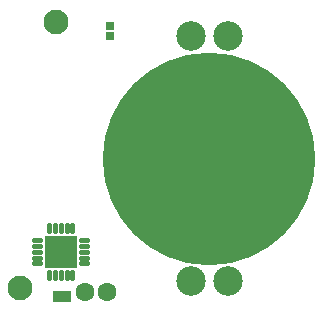
<source format=gbs>
G04 Layer: BottomSolderMaskLayer*
G04 EasyEDA v6.4.25, 2022-01-03T23:04:32--5:00*
G04 f870d6b240394c1986ede19cf4370902,f610eaca6985405d96f74a4a3e528675,10*
G04 Gerber Generator version 0.2*
G04 Scale: 100 percent, Rotated: No, Reflected: No *
G04 Dimensions in millimeters *
G04 leading zeros omitted , absolute positions ,4 integer and 5 decimal *
%FSLAX45Y45*%
%MOMM*%

%ADD24C,2.1000*%
%ADD25C,2.5032*%
%ADD27C,0.4016*%
%ADD28C,1.6000*%
%ADD30C,18.0033*%

%LPD*%
D27*
X733811Y-2008200D02*
G01*
X783813Y-2008200D01*
X733811Y-2058212D02*
G01*
X783813Y-2058212D01*
X733811Y-2108200D02*
G01*
X783813Y-2108200D01*
X733811Y-2158212D02*
G01*
X783813Y-2158212D01*
X733811Y-2208199D02*
G01*
X783813Y-2208199D01*
X658812Y-2283200D02*
G01*
X658812Y-2333200D01*
X608799Y-2283200D02*
G01*
X608799Y-2333200D01*
X558812Y-2283200D02*
G01*
X558812Y-2333200D01*
X508800Y-2283200D02*
G01*
X508800Y-2333200D01*
X458812Y-2283200D02*
G01*
X458812Y-2333200D01*
X333814Y-2208199D02*
G01*
X383814Y-2208199D01*
X333814Y-2158212D02*
G01*
X383814Y-2158212D01*
X333814Y-2108200D02*
G01*
X383814Y-2108200D01*
X333814Y-2058212D02*
G01*
X383814Y-2058212D01*
X333814Y-2008200D02*
G01*
X383814Y-2008200D01*
X458812Y-1883201D02*
G01*
X458812Y-1933201D01*
X508800Y-1883201D02*
G01*
X508800Y-1933201D01*
X558812Y-1883201D02*
G01*
X558812Y-1933201D01*
X608799Y-1883201D02*
G01*
X608799Y-1933201D01*
X658812Y-1883201D02*
G01*
X658812Y-1933201D01*
D24*
G01*
X520712Y-165100D03*
G01*
X215912Y-2413000D03*
D28*
G01*
X952512Y-2451100D03*
G01*
X762012Y-2451100D03*
G36*
X496481Y-2534157D02*
G01*
X496481Y-2444242D01*
X646595Y-2444242D01*
X646595Y-2534157D01*
G37*
D30*
G01*
X1816112Y-1320800D03*
D25*
G01*
X1666100Y-2360803D03*
G01*
X1976107Y-2360803D03*
G01*
X1976107Y-280796D03*
G01*
X1666100Y-280796D03*
G36*
X423583Y-2243328D02*
G01*
X423583Y-1973071D01*
X693839Y-1973071D01*
X693839Y-2243328D01*
G37*
G36*
X945807Y-318007D02*
G01*
X945807Y-251205D01*
X1010069Y-251205D01*
X1010069Y-318007D01*
G37*
G36*
X945807Y-231394D02*
G01*
X945807Y-164592D01*
X1010069Y-164592D01*
X1010069Y-231394D01*
G37*
M02*

</source>
